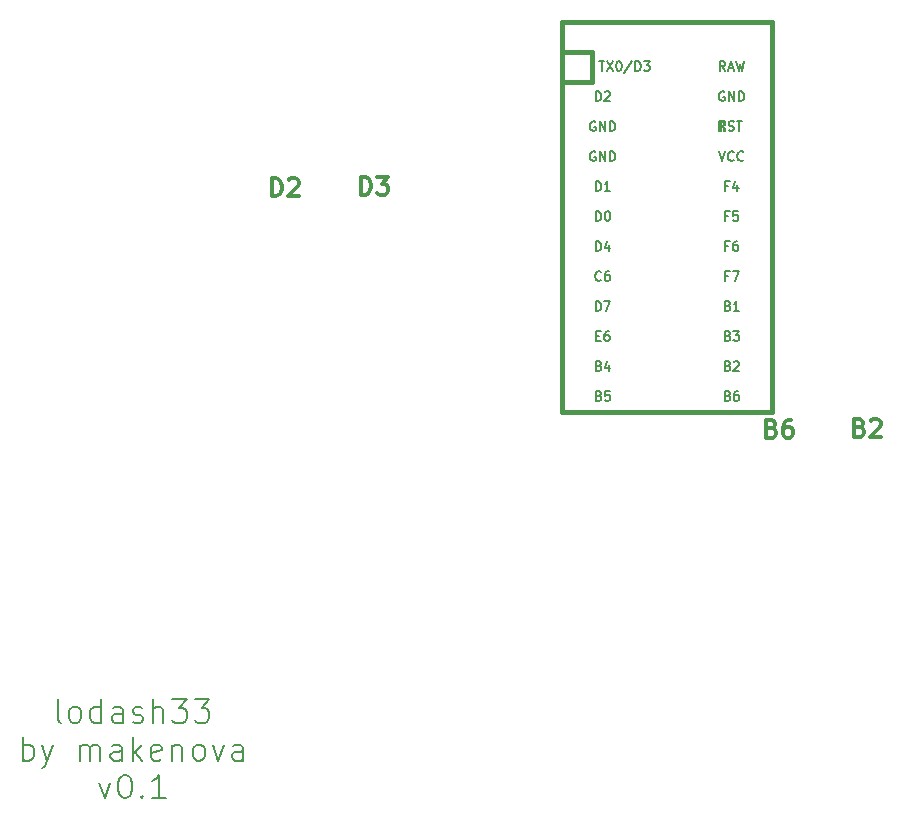
<source format=gbr>
G04 #@! TF.GenerationSoftware,KiCad,Pcbnew,(5.1.4-0-10_14)*
G04 #@! TF.CreationDate,2020-10-16T02:23:32-05:00*
G04 #@! TF.ProjectId,33,33332e6b-6963-4616-945f-706362585858,rev?*
G04 #@! TF.SameCoordinates,Original*
G04 #@! TF.FileFunction,Legend,Top*
G04 #@! TF.FilePolarity,Positive*
%FSLAX46Y46*%
G04 Gerber Fmt 4.6, Leading zero omitted, Abs format (unit mm)*
G04 Created by KiCad (PCBNEW (5.1.4-0-10_14)) date 2020-10-16 02:23:32*
%MOMM*%
%LPD*%
G04 APERTURE LIST*
%ADD10C,0.300000*%
%ADD11C,0.200000*%
%ADD12C,0.381000*%
%ADD13C,0.150000*%
G04 APERTURE END LIST*
D10*
X178403357Y-85029357D02*
X178617642Y-85100785D01*
X178689071Y-85172214D01*
X178760500Y-85315071D01*
X178760500Y-85529357D01*
X178689071Y-85672214D01*
X178617642Y-85743642D01*
X178474785Y-85815071D01*
X177903357Y-85815071D01*
X177903357Y-84315071D01*
X178403357Y-84315071D01*
X178546214Y-84386500D01*
X178617642Y-84457928D01*
X178689071Y-84600785D01*
X178689071Y-84743642D01*
X178617642Y-84886500D01*
X178546214Y-84957928D01*
X178403357Y-85029357D01*
X177903357Y-85029357D01*
X179331928Y-84457928D02*
X179403357Y-84386500D01*
X179546214Y-84315071D01*
X179903357Y-84315071D01*
X180046214Y-84386500D01*
X180117642Y-84457928D01*
X180189071Y-84600785D01*
X180189071Y-84743642D01*
X180117642Y-84957928D01*
X179260500Y-85815071D01*
X180189071Y-85815071D01*
X170969857Y-85109857D02*
X171184142Y-85181285D01*
X171255571Y-85252714D01*
X171327000Y-85395571D01*
X171327000Y-85609857D01*
X171255571Y-85752714D01*
X171184142Y-85824142D01*
X171041285Y-85895571D01*
X170469857Y-85895571D01*
X170469857Y-84395571D01*
X170969857Y-84395571D01*
X171112714Y-84467000D01*
X171184142Y-84538428D01*
X171255571Y-84681285D01*
X171255571Y-84824142D01*
X171184142Y-84967000D01*
X171112714Y-85038428D01*
X170969857Y-85109857D01*
X170469857Y-85109857D01*
X172612714Y-84395571D02*
X172327000Y-84395571D01*
X172184142Y-84467000D01*
X172112714Y-84538428D01*
X171969857Y-84752714D01*
X171898428Y-85038428D01*
X171898428Y-85609857D01*
X171969857Y-85752714D01*
X172041285Y-85824142D01*
X172184142Y-85895571D01*
X172469857Y-85895571D01*
X172612714Y-85824142D01*
X172684142Y-85752714D01*
X172755571Y-85609857D01*
X172755571Y-85252714D01*
X172684142Y-85109857D01*
X172612714Y-85038428D01*
X172469857Y-84967000D01*
X172184142Y-84967000D01*
X172041285Y-85038428D01*
X171969857Y-85109857D01*
X171898428Y-85252714D01*
X128623357Y-65448571D02*
X128623357Y-63948571D01*
X128980500Y-63948571D01*
X129194785Y-64020000D01*
X129337642Y-64162857D01*
X129409071Y-64305714D01*
X129480500Y-64591428D01*
X129480500Y-64805714D01*
X129409071Y-65091428D01*
X129337642Y-65234285D01*
X129194785Y-65377142D01*
X128980500Y-65448571D01*
X128623357Y-65448571D01*
X130051928Y-64091428D02*
X130123357Y-64020000D01*
X130266214Y-63948571D01*
X130623357Y-63948571D01*
X130766214Y-64020000D01*
X130837642Y-64091428D01*
X130909071Y-64234285D01*
X130909071Y-64377142D01*
X130837642Y-64591428D01*
X129980500Y-65448571D01*
X130909071Y-65448571D01*
X136179857Y-65321571D02*
X136179857Y-63821571D01*
X136537000Y-63821571D01*
X136751285Y-63893000D01*
X136894142Y-64035857D01*
X136965571Y-64178714D01*
X137037000Y-64464428D01*
X137037000Y-64678714D01*
X136965571Y-64964428D01*
X136894142Y-65107285D01*
X136751285Y-65250142D01*
X136537000Y-65321571D01*
X136179857Y-65321571D01*
X137537000Y-63821571D02*
X138465571Y-63821571D01*
X137965571Y-64393000D01*
X138179857Y-64393000D01*
X138322714Y-64464428D01*
X138394142Y-64535857D01*
X138465571Y-64678714D01*
X138465571Y-65035857D01*
X138394142Y-65178714D01*
X138322714Y-65250142D01*
X138179857Y-65321571D01*
X137751285Y-65321571D01*
X137608428Y-65250142D01*
X137537000Y-65178714D01*
D11*
X110779761Y-110029761D02*
X110589285Y-109934523D01*
X110494047Y-109744047D01*
X110494047Y-108029761D01*
X111827380Y-110029761D02*
X111636904Y-109934523D01*
X111541666Y-109839285D01*
X111446428Y-109648809D01*
X111446428Y-109077380D01*
X111541666Y-108886904D01*
X111636904Y-108791666D01*
X111827380Y-108696428D01*
X112113095Y-108696428D01*
X112303571Y-108791666D01*
X112398809Y-108886904D01*
X112494047Y-109077380D01*
X112494047Y-109648809D01*
X112398809Y-109839285D01*
X112303571Y-109934523D01*
X112113095Y-110029761D01*
X111827380Y-110029761D01*
X114208333Y-110029761D02*
X114208333Y-108029761D01*
X114208333Y-109934523D02*
X114017857Y-110029761D01*
X113636904Y-110029761D01*
X113446428Y-109934523D01*
X113351190Y-109839285D01*
X113255952Y-109648809D01*
X113255952Y-109077380D01*
X113351190Y-108886904D01*
X113446428Y-108791666D01*
X113636904Y-108696428D01*
X114017857Y-108696428D01*
X114208333Y-108791666D01*
X116017857Y-110029761D02*
X116017857Y-108982142D01*
X115922619Y-108791666D01*
X115732142Y-108696428D01*
X115351190Y-108696428D01*
X115160714Y-108791666D01*
X116017857Y-109934523D02*
X115827380Y-110029761D01*
X115351190Y-110029761D01*
X115160714Y-109934523D01*
X115065476Y-109744047D01*
X115065476Y-109553571D01*
X115160714Y-109363095D01*
X115351190Y-109267857D01*
X115827380Y-109267857D01*
X116017857Y-109172619D01*
X116875000Y-109934523D02*
X117065476Y-110029761D01*
X117446428Y-110029761D01*
X117636904Y-109934523D01*
X117732142Y-109744047D01*
X117732142Y-109648809D01*
X117636904Y-109458333D01*
X117446428Y-109363095D01*
X117160714Y-109363095D01*
X116970238Y-109267857D01*
X116875000Y-109077380D01*
X116875000Y-108982142D01*
X116970238Y-108791666D01*
X117160714Y-108696428D01*
X117446428Y-108696428D01*
X117636904Y-108791666D01*
X118589285Y-110029761D02*
X118589285Y-108029761D01*
X119446428Y-110029761D02*
X119446428Y-108982142D01*
X119351190Y-108791666D01*
X119160714Y-108696428D01*
X118875000Y-108696428D01*
X118684523Y-108791666D01*
X118589285Y-108886904D01*
X120208333Y-108029761D02*
X121446428Y-108029761D01*
X120779761Y-108791666D01*
X121065476Y-108791666D01*
X121255952Y-108886904D01*
X121351190Y-108982142D01*
X121446428Y-109172619D01*
X121446428Y-109648809D01*
X121351190Y-109839285D01*
X121255952Y-109934523D01*
X121065476Y-110029761D01*
X120494047Y-110029761D01*
X120303571Y-109934523D01*
X120208333Y-109839285D01*
X122113095Y-108029761D02*
X123351190Y-108029761D01*
X122684523Y-108791666D01*
X122970238Y-108791666D01*
X123160714Y-108886904D01*
X123255952Y-108982142D01*
X123351190Y-109172619D01*
X123351190Y-109648809D01*
X123255952Y-109839285D01*
X123160714Y-109934523D01*
X122970238Y-110029761D01*
X122398809Y-110029761D01*
X122208333Y-109934523D01*
X122113095Y-109839285D01*
X107541666Y-113229761D02*
X107541666Y-111229761D01*
X107541666Y-111991666D02*
X107732142Y-111896428D01*
X108113095Y-111896428D01*
X108303571Y-111991666D01*
X108398809Y-112086904D01*
X108494047Y-112277380D01*
X108494047Y-112848809D01*
X108398809Y-113039285D01*
X108303571Y-113134523D01*
X108113095Y-113229761D01*
X107732142Y-113229761D01*
X107541666Y-113134523D01*
X109160714Y-111896428D02*
X109636904Y-113229761D01*
X110113095Y-111896428D02*
X109636904Y-113229761D01*
X109446428Y-113705952D01*
X109351190Y-113801190D01*
X109160714Y-113896428D01*
X112398809Y-113229761D02*
X112398809Y-111896428D01*
X112398809Y-112086904D02*
X112494047Y-111991666D01*
X112684523Y-111896428D01*
X112970238Y-111896428D01*
X113160714Y-111991666D01*
X113255952Y-112182142D01*
X113255952Y-113229761D01*
X113255952Y-112182142D02*
X113351190Y-111991666D01*
X113541666Y-111896428D01*
X113827380Y-111896428D01*
X114017857Y-111991666D01*
X114113095Y-112182142D01*
X114113095Y-113229761D01*
X115922619Y-113229761D02*
X115922619Y-112182142D01*
X115827380Y-111991666D01*
X115636904Y-111896428D01*
X115255952Y-111896428D01*
X115065476Y-111991666D01*
X115922619Y-113134523D02*
X115732142Y-113229761D01*
X115255952Y-113229761D01*
X115065476Y-113134523D01*
X114970238Y-112944047D01*
X114970238Y-112753571D01*
X115065476Y-112563095D01*
X115255952Y-112467857D01*
X115732142Y-112467857D01*
X115922619Y-112372619D01*
X116875000Y-113229761D02*
X116875000Y-111229761D01*
X117065476Y-112467857D02*
X117636904Y-113229761D01*
X117636904Y-111896428D02*
X116875000Y-112658333D01*
X119255952Y-113134523D02*
X119065476Y-113229761D01*
X118684523Y-113229761D01*
X118494047Y-113134523D01*
X118398809Y-112944047D01*
X118398809Y-112182142D01*
X118494047Y-111991666D01*
X118684523Y-111896428D01*
X119065476Y-111896428D01*
X119255952Y-111991666D01*
X119351190Y-112182142D01*
X119351190Y-112372619D01*
X118398809Y-112563095D01*
X120208333Y-111896428D02*
X120208333Y-113229761D01*
X120208333Y-112086904D02*
X120303571Y-111991666D01*
X120494047Y-111896428D01*
X120779761Y-111896428D01*
X120970238Y-111991666D01*
X121065476Y-112182142D01*
X121065476Y-113229761D01*
X122303571Y-113229761D02*
X122113095Y-113134523D01*
X122017857Y-113039285D01*
X121922619Y-112848809D01*
X121922619Y-112277380D01*
X122017857Y-112086904D01*
X122113095Y-111991666D01*
X122303571Y-111896428D01*
X122589285Y-111896428D01*
X122779761Y-111991666D01*
X122875000Y-112086904D01*
X122970238Y-112277380D01*
X122970238Y-112848809D01*
X122875000Y-113039285D01*
X122779761Y-113134523D01*
X122589285Y-113229761D01*
X122303571Y-113229761D01*
X123636904Y-111896428D02*
X124113095Y-113229761D01*
X124589285Y-111896428D01*
X126208333Y-113229761D02*
X126208333Y-112182142D01*
X126113095Y-111991666D01*
X125922619Y-111896428D01*
X125541666Y-111896428D01*
X125351190Y-111991666D01*
X126208333Y-113134523D02*
X126017857Y-113229761D01*
X125541666Y-113229761D01*
X125351190Y-113134523D01*
X125255952Y-112944047D01*
X125255952Y-112753571D01*
X125351190Y-112563095D01*
X125541666Y-112467857D01*
X126017857Y-112467857D01*
X126208333Y-112372619D01*
X114017857Y-115096428D02*
X114494047Y-116429761D01*
X114970238Y-115096428D01*
X116113095Y-114429761D02*
X116303571Y-114429761D01*
X116494047Y-114525000D01*
X116589285Y-114620238D01*
X116684523Y-114810714D01*
X116779761Y-115191666D01*
X116779761Y-115667857D01*
X116684523Y-116048809D01*
X116589285Y-116239285D01*
X116494047Y-116334523D01*
X116303571Y-116429761D01*
X116113095Y-116429761D01*
X115922619Y-116334523D01*
X115827380Y-116239285D01*
X115732142Y-116048809D01*
X115636904Y-115667857D01*
X115636904Y-115191666D01*
X115732142Y-114810714D01*
X115827380Y-114620238D01*
X115922619Y-114525000D01*
X116113095Y-114429761D01*
X117636904Y-116239285D02*
X117732142Y-116334523D01*
X117636904Y-116429761D01*
X117541666Y-116334523D01*
X117636904Y-116239285D01*
X117636904Y-116429761D01*
X119636904Y-116429761D02*
X118494047Y-116429761D01*
X119065476Y-116429761D02*
X119065476Y-114429761D01*
X118875000Y-114715476D01*
X118684523Y-114905952D01*
X118494047Y-115001190D01*
D12*
X153210000Y-53210000D02*
X153210000Y-83690000D01*
X153210000Y-83690000D02*
X170990000Y-83690000D01*
X170990000Y-83690000D02*
X170990000Y-53210000D01*
X155750000Y-53210000D02*
X155750000Y-55750000D01*
X155750000Y-55750000D02*
X153210000Y-55750000D01*
D13*
G36*
X167031568Y-59089360D02*
G01*
X167031568Y-59389360D01*
X166931568Y-59389360D01*
X166931568Y-59089360D01*
X167031568Y-59089360D01*
G37*
X167031568Y-59089360D02*
X167031568Y-59389360D01*
X166931568Y-59389360D01*
X166931568Y-59089360D01*
X167031568Y-59089360D01*
G36*
X166831568Y-59489360D02*
G01*
X166831568Y-59589360D01*
X166731568Y-59589360D01*
X166731568Y-59489360D01*
X166831568Y-59489360D01*
G37*
X166831568Y-59489360D02*
X166831568Y-59589360D01*
X166731568Y-59589360D01*
X166731568Y-59489360D01*
X166831568Y-59489360D01*
G36*
X167031568Y-59089360D02*
G01*
X167031568Y-59189360D01*
X166531568Y-59189360D01*
X166531568Y-59089360D01*
X167031568Y-59089360D01*
G37*
X167031568Y-59089360D02*
X167031568Y-59189360D01*
X166531568Y-59189360D01*
X166531568Y-59089360D01*
X167031568Y-59089360D01*
G36*
X166631568Y-59089360D02*
G01*
X166631568Y-59889360D01*
X166531568Y-59889360D01*
X166531568Y-59089360D01*
X166631568Y-59089360D01*
G37*
X166631568Y-59089360D02*
X166631568Y-59889360D01*
X166531568Y-59889360D01*
X166531568Y-59089360D01*
X166631568Y-59089360D01*
G36*
X167031568Y-59689360D02*
G01*
X167031568Y-59889360D01*
X166931568Y-59889360D01*
X166931568Y-59689360D01*
X167031568Y-59689360D01*
G37*
X167031568Y-59689360D02*
X167031568Y-59889360D01*
X166931568Y-59889360D01*
X166931568Y-59689360D01*
X167031568Y-59689360D01*
D12*
X170990000Y-53210000D02*
X170990000Y-50670000D01*
X170990000Y-50670000D02*
X153210000Y-50670000D01*
X153210000Y-50670000D02*
X153210000Y-53210000D01*
X155750000Y-53210000D02*
X153210000Y-53210000D01*
D13*
X167237190Y-79822857D02*
X167351476Y-79860952D01*
X167389571Y-79899047D01*
X167427666Y-79975238D01*
X167427666Y-80089523D01*
X167389571Y-80165714D01*
X167351476Y-80203809D01*
X167275285Y-80241904D01*
X166970523Y-80241904D01*
X166970523Y-79441904D01*
X167237190Y-79441904D01*
X167313380Y-79480000D01*
X167351476Y-79518095D01*
X167389571Y-79594285D01*
X167389571Y-79670476D01*
X167351476Y-79746666D01*
X167313380Y-79784761D01*
X167237190Y-79822857D01*
X166970523Y-79822857D01*
X167732428Y-79518095D02*
X167770523Y-79480000D01*
X167846714Y-79441904D01*
X168037190Y-79441904D01*
X168113380Y-79480000D01*
X168151476Y-79518095D01*
X168189571Y-79594285D01*
X168189571Y-79670476D01*
X168151476Y-79784761D01*
X167694333Y-80241904D01*
X168189571Y-80241904D01*
X167294333Y-72202857D02*
X167027666Y-72202857D01*
X167027666Y-72621904D02*
X167027666Y-71821904D01*
X167408619Y-71821904D01*
X167637190Y-71821904D02*
X168170523Y-71821904D01*
X167827666Y-72621904D01*
X167294333Y-69662857D02*
X167027666Y-69662857D01*
X167027666Y-70081904D02*
X167027666Y-69281904D01*
X167408619Y-69281904D01*
X168056238Y-69281904D02*
X167903857Y-69281904D01*
X167827666Y-69320000D01*
X167789571Y-69358095D01*
X167713380Y-69472380D01*
X167675285Y-69624761D01*
X167675285Y-69929523D01*
X167713380Y-70005714D01*
X167751476Y-70043809D01*
X167827666Y-70081904D01*
X167980047Y-70081904D01*
X168056238Y-70043809D01*
X168094333Y-70005714D01*
X168132428Y-69929523D01*
X168132428Y-69739047D01*
X168094333Y-69662857D01*
X168056238Y-69624761D01*
X167980047Y-69586666D01*
X167827666Y-69586666D01*
X167751476Y-69624761D01*
X167713380Y-69662857D01*
X167675285Y-69739047D01*
X167294333Y-67122857D02*
X167027666Y-67122857D01*
X167027666Y-67541904D02*
X167027666Y-66741904D01*
X167408619Y-66741904D01*
X168094333Y-66741904D02*
X167713380Y-66741904D01*
X167675285Y-67122857D01*
X167713380Y-67084761D01*
X167789571Y-67046666D01*
X167980047Y-67046666D01*
X168056238Y-67084761D01*
X168094333Y-67122857D01*
X168132428Y-67199047D01*
X168132428Y-67389523D01*
X168094333Y-67465714D01*
X168056238Y-67503809D01*
X167980047Y-67541904D01*
X167789571Y-67541904D01*
X167713380Y-67503809D01*
X167675285Y-67465714D01*
X167008619Y-54841904D02*
X166741952Y-54460952D01*
X166551476Y-54841904D02*
X166551476Y-54041904D01*
X166856238Y-54041904D01*
X166932428Y-54080000D01*
X166970523Y-54118095D01*
X167008619Y-54194285D01*
X167008619Y-54308571D01*
X166970523Y-54384761D01*
X166932428Y-54422857D01*
X166856238Y-54460952D01*
X166551476Y-54460952D01*
X167313380Y-54613333D02*
X167694333Y-54613333D01*
X167237190Y-54841904D02*
X167503857Y-54041904D01*
X167770523Y-54841904D01*
X167961000Y-54041904D02*
X168151476Y-54841904D01*
X168303857Y-54270476D01*
X168456238Y-54841904D01*
X168646714Y-54041904D01*
X166951476Y-56620000D02*
X166875285Y-56581904D01*
X166761000Y-56581904D01*
X166646714Y-56620000D01*
X166570523Y-56696190D01*
X166532428Y-56772380D01*
X166494333Y-56924761D01*
X166494333Y-57039047D01*
X166532428Y-57191428D01*
X166570523Y-57267619D01*
X166646714Y-57343809D01*
X166761000Y-57381904D01*
X166837190Y-57381904D01*
X166951476Y-57343809D01*
X166989571Y-57305714D01*
X166989571Y-57039047D01*
X166837190Y-57039047D01*
X167332428Y-57381904D02*
X167332428Y-56581904D01*
X167789571Y-57381904D01*
X167789571Y-56581904D01*
X168170523Y-57381904D02*
X168170523Y-56581904D01*
X168361000Y-56581904D01*
X168475285Y-56620000D01*
X168551476Y-56696190D01*
X168589571Y-56772380D01*
X168627666Y-56924761D01*
X168627666Y-57039047D01*
X168589571Y-57191428D01*
X168551476Y-57267619D01*
X168475285Y-57343809D01*
X168361000Y-57381904D01*
X168170523Y-57381904D01*
X167299786Y-59853809D02*
X167414072Y-59891904D01*
X167604548Y-59891904D01*
X167680739Y-59853809D01*
X167718834Y-59815714D01*
X167756929Y-59739523D01*
X167756929Y-59663333D01*
X167718834Y-59587142D01*
X167680739Y-59549047D01*
X167604548Y-59510952D01*
X167452167Y-59472857D01*
X167375977Y-59434761D01*
X167337881Y-59396666D01*
X167299786Y-59320476D01*
X167299786Y-59244285D01*
X167337881Y-59168095D01*
X167375977Y-59130000D01*
X167452167Y-59091904D01*
X167642643Y-59091904D01*
X167756929Y-59130000D01*
X167985500Y-59091904D02*
X168442643Y-59091904D01*
X168214072Y-59891904D02*
X168214072Y-59091904D01*
X166494333Y-61661904D02*
X166761000Y-62461904D01*
X167027666Y-61661904D01*
X167751476Y-62385714D02*
X167713380Y-62423809D01*
X167599095Y-62461904D01*
X167522904Y-62461904D01*
X167408619Y-62423809D01*
X167332428Y-62347619D01*
X167294333Y-62271428D01*
X167256238Y-62119047D01*
X167256238Y-62004761D01*
X167294333Y-61852380D01*
X167332428Y-61776190D01*
X167408619Y-61700000D01*
X167522904Y-61661904D01*
X167599095Y-61661904D01*
X167713380Y-61700000D01*
X167751476Y-61738095D01*
X168551476Y-62385714D02*
X168513380Y-62423809D01*
X168399095Y-62461904D01*
X168322904Y-62461904D01*
X168208619Y-62423809D01*
X168132428Y-62347619D01*
X168094333Y-62271428D01*
X168056238Y-62119047D01*
X168056238Y-62004761D01*
X168094333Y-61852380D01*
X168132428Y-61776190D01*
X168208619Y-61700000D01*
X168322904Y-61661904D01*
X168399095Y-61661904D01*
X168513380Y-61700000D01*
X168551476Y-61738095D01*
X167294333Y-64582857D02*
X167027666Y-64582857D01*
X167027666Y-65001904D02*
X167027666Y-64201904D01*
X167408619Y-64201904D01*
X168056238Y-64468571D02*
X168056238Y-65001904D01*
X167865761Y-64163809D02*
X167675285Y-64735238D01*
X168170523Y-64735238D01*
X167237190Y-74742857D02*
X167351476Y-74780952D01*
X167389571Y-74819047D01*
X167427666Y-74895238D01*
X167427666Y-75009523D01*
X167389571Y-75085714D01*
X167351476Y-75123809D01*
X167275285Y-75161904D01*
X166970523Y-75161904D01*
X166970523Y-74361904D01*
X167237190Y-74361904D01*
X167313380Y-74400000D01*
X167351476Y-74438095D01*
X167389571Y-74514285D01*
X167389571Y-74590476D01*
X167351476Y-74666666D01*
X167313380Y-74704761D01*
X167237190Y-74742857D01*
X166970523Y-74742857D01*
X168189571Y-75161904D02*
X167732428Y-75161904D01*
X167961000Y-75161904D02*
X167961000Y-74361904D01*
X167884809Y-74476190D01*
X167808619Y-74552380D01*
X167732428Y-74590476D01*
X167237190Y-77282857D02*
X167351476Y-77320952D01*
X167389571Y-77359047D01*
X167427666Y-77435238D01*
X167427666Y-77549523D01*
X167389571Y-77625714D01*
X167351476Y-77663809D01*
X167275285Y-77701904D01*
X166970523Y-77701904D01*
X166970523Y-76901904D01*
X167237190Y-76901904D01*
X167313380Y-76940000D01*
X167351476Y-76978095D01*
X167389571Y-77054285D01*
X167389571Y-77130476D01*
X167351476Y-77206666D01*
X167313380Y-77244761D01*
X167237190Y-77282857D01*
X166970523Y-77282857D01*
X167694333Y-76901904D02*
X168189571Y-76901904D01*
X167922904Y-77206666D01*
X168037190Y-77206666D01*
X168113380Y-77244761D01*
X168151476Y-77282857D01*
X168189571Y-77359047D01*
X168189571Y-77549523D01*
X168151476Y-77625714D01*
X168113380Y-77663809D01*
X168037190Y-77701904D01*
X167808619Y-77701904D01*
X167732428Y-77663809D01*
X167694333Y-77625714D01*
X167237190Y-82362857D02*
X167351476Y-82400952D01*
X167389571Y-82439047D01*
X167427666Y-82515238D01*
X167427666Y-82629523D01*
X167389571Y-82705714D01*
X167351476Y-82743809D01*
X167275285Y-82781904D01*
X166970523Y-82781904D01*
X166970523Y-81981904D01*
X167237190Y-81981904D01*
X167313380Y-82020000D01*
X167351476Y-82058095D01*
X167389571Y-82134285D01*
X167389571Y-82210476D01*
X167351476Y-82286666D01*
X167313380Y-82324761D01*
X167237190Y-82362857D01*
X166970523Y-82362857D01*
X168113380Y-81981904D02*
X167961000Y-81981904D01*
X167884809Y-82020000D01*
X167846714Y-82058095D01*
X167770523Y-82172380D01*
X167732428Y-82324761D01*
X167732428Y-82629523D01*
X167770523Y-82705714D01*
X167808619Y-82743809D01*
X167884809Y-82781904D01*
X168037190Y-82781904D01*
X168113380Y-82743809D01*
X168151476Y-82705714D01*
X168189571Y-82629523D01*
X168189571Y-82439047D01*
X168151476Y-82362857D01*
X168113380Y-82324761D01*
X168037190Y-82286666D01*
X167884809Y-82286666D01*
X167808619Y-82324761D01*
X167770523Y-82362857D01*
X167732428Y-82439047D01*
X156315190Y-82362857D02*
X156429476Y-82400952D01*
X156467571Y-82439047D01*
X156505666Y-82515238D01*
X156505666Y-82629523D01*
X156467571Y-82705714D01*
X156429476Y-82743809D01*
X156353285Y-82781904D01*
X156048523Y-82781904D01*
X156048523Y-81981904D01*
X156315190Y-81981904D01*
X156391380Y-82020000D01*
X156429476Y-82058095D01*
X156467571Y-82134285D01*
X156467571Y-82210476D01*
X156429476Y-82286666D01*
X156391380Y-82324761D01*
X156315190Y-82362857D01*
X156048523Y-82362857D01*
X157229476Y-81981904D02*
X156848523Y-81981904D01*
X156810428Y-82362857D01*
X156848523Y-82324761D01*
X156924714Y-82286666D01*
X157115190Y-82286666D01*
X157191380Y-82324761D01*
X157229476Y-82362857D01*
X157267571Y-82439047D01*
X157267571Y-82629523D01*
X157229476Y-82705714D01*
X157191380Y-82743809D01*
X157115190Y-82781904D01*
X156924714Y-82781904D01*
X156848523Y-82743809D01*
X156810428Y-82705714D01*
X156315190Y-79822857D02*
X156429476Y-79860952D01*
X156467571Y-79899047D01*
X156505666Y-79975238D01*
X156505666Y-80089523D01*
X156467571Y-80165714D01*
X156429476Y-80203809D01*
X156353285Y-80241904D01*
X156048523Y-80241904D01*
X156048523Y-79441904D01*
X156315190Y-79441904D01*
X156391380Y-79480000D01*
X156429476Y-79518095D01*
X156467571Y-79594285D01*
X156467571Y-79670476D01*
X156429476Y-79746666D01*
X156391380Y-79784761D01*
X156315190Y-79822857D01*
X156048523Y-79822857D01*
X157191380Y-79708571D02*
X157191380Y-80241904D01*
X157000904Y-79403809D02*
X156810428Y-79975238D01*
X157305666Y-79975238D01*
X156086619Y-77282857D02*
X156353285Y-77282857D01*
X156467571Y-77701904D02*
X156086619Y-77701904D01*
X156086619Y-76901904D01*
X156467571Y-76901904D01*
X157153285Y-76901904D02*
X157000904Y-76901904D01*
X156924714Y-76940000D01*
X156886619Y-76978095D01*
X156810428Y-77092380D01*
X156772333Y-77244761D01*
X156772333Y-77549523D01*
X156810428Y-77625714D01*
X156848523Y-77663809D01*
X156924714Y-77701904D01*
X157077095Y-77701904D01*
X157153285Y-77663809D01*
X157191380Y-77625714D01*
X157229476Y-77549523D01*
X157229476Y-77359047D01*
X157191380Y-77282857D01*
X157153285Y-77244761D01*
X157077095Y-77206666D01*
X156924714Y-77206666D01*
X156848523Y-77244761D01*
X156810428Y-77282857D01*
X156772333Y-77359047D01*
X156048523Y-75161904D02*
X156048523Y-74361904D01*
X156239000Y-74361904D01*
X156353285Y-74400000D01*
X156429476Y-74476190D01*
X156467571Y-74552380D01*
X156505666Y-74704761D01*
X156505666Y-74819047D01*
X156467571Y-74971428D01*
X156429476Y-75047619D01*
X156353285Y-75123809D01*
X156239000Y-75161904D01*
X156048523Y-75161904D01*
X156772333Y-74361904D02*
X157305666Y-74361904D01*
X156962809Y-75161904D01*
X156505666Y-72545714D02*
X156467571Y-72583809D01*
X156353285Y-72621904D01*
X156277095Y-72621904D01*
X156162809Y-72583809D01*
X156086619Y-72507619D01*
X156048523Y-72431428D01*
X156010428Y-72279047D01*
X156010428Y-72164761D01*
X156048523Y-72012380D01*
X156086619Y-71936190D01*
X156162809Y-71860000D01*
X156277095Y-71821904D01*
X156353285Y-71821904D01*
X156467571Y-71860000D01*
X156505666Y-71898095D01*
X157191380Y-71821904D02*
X157039000Y-71821904D01*
X156962809Y-71860000D01*
X156924714Y-71898095D01*
X156848523Y-72012380D01*
X156810428Y-72164761D01*
X156810428Y-72469523D01*
X156848523Y-72545714D01*
X156886619Y-72583809D01*
X156962809Y-72621904D01*
X157115190Y-72621904D01*
X157191380Y-72583809D01*
X157229476Y-72545714D01*
X157267571Y-72469523D01*
X157267571Y-72279047D01*
X157229476Y-72202857D01*
X157191380Y-72164761D01*
X157115190Y-72126666D01*
X156962809Y-72126666D01*
X156886619Y-72164761D01*
X156848523Y-72202857D01*
X156810428Y-72279047D01*
X156048523Y-70081904D02*
X156048523Y-69281904D01*
X156239000Y-69281904D01*
X156353285Y-69320000D01*
X156429476Y-69396190D01*
X156467571Y-69472380D01*
X156505666Y-69624761D01*
X156505666Y-69739047D01*
X156467571Y-69891428D01*
X156429476Y-69967619D01*
X156353285Y-70043809D01*
X156239000Y-70081904D01*
X156048523Y-70081904D01*
X157191380Y-69548571D02*
X157191380Y-70081904D01*
X157000904Y-69243809D02*
X156810428Y-69815238D01*
X157305666Y-69815238D01*
X156029476Y-59160000D02*
X155953285Y-59121904D01*
X155839000Y-59121904D01*
X155724714Y-59160000D01*
X155648523Y-59236190D01*
X155610428Y-59312380D01*
X155572333Y-59464761D01*
X155572333Y-59579047D01*
X155610428Y-59731428D01*
X155648523Y-59807619D01*
X155724714Y-59883809D01*
X155839000Y-59921904D01*
X155915190Y-59921904D01*
X156029476Y-59883809D01*
X156067571Y-59845714D01*
X156067571Y-59579047D01*
X155915190Y-59579047D01*
X156410428Y-59921904D02*
X156410428Y-59121904D01*
X156867571Y-59921904D01*
X156867571Y-59121904D01*
X157248523Y-59921904D02*
X157248523Y-59121904D01*
X157439000Y-59121904D01*
X157553285Y-59160000D01*
X157629476Y-59236190D01*
X157667571Y-59312380D01*
X157705666Y-59464761D01*
X157705666Y-59579047D01*
X157667571Y-59731428D01*
X157629476Y-59807619D01*
X157553285Y-59883809D01*
X157439000Y-59921904D01*
X157248523Y-59921904D01*
X156029476Y-61700000D02*
X155953285Y-61661904D01*
X155839000Y-61661904D01*
X155724714Y-61700000D01*
X155648523Y-61776190D01*
X155610428Y-61852380D01*
X155572333Y-62004761D01*
X155572333Y-62119047D01*
X155610428Y-62271428D01*
X155648523Y-62347619D01*
X155724714Y-62423809D01*
X155839000Y-62461904D01*
X155915190Y-62461904D01*
X156029476Y-62423809D01*
X156067571Y-62385714D01*
X156067571Y-62119047D01*
X155915190Y-62119047D01*
X156410428Y-62461904D02*
X156410428Y-61661904D01*
X156867571Y-62461904D01*
X156867571Y-61661904D01*
X157248523Y-62461904D02*
X157248523Y-61661904D01*
X157439000Y-61661904D01*
X157553285Y-61700000D01*
X157629476Y-61776190D01*
X157667571Y-61852380D01*
X157705666Y-62004761D01*
X157705666Y-62119047D01*
X157667571Y-62271428D01*
X157629476Y-62347619D01*
X157553285Y-62423809D01*
X157439000Y-62461904D01*
X157248523Y-62461904D01*
X156048523Y-65001904D02*
X156048523Y-64201904D01*
X156239000Y-64201904D01*
X156353285Y-64240000D01*
X156429476Y-64316190D01*
X156467571Y-64392380D01*
X156505666Y-64544761D01*
X156505666Y-64659047D01*
X156467571Y-64811428D01*
X156429476Y-64887619D01*
X156353285Y-64963809D01*
X156239000Y-65001904D01*
X156048523Y-65001904D01*
X157267571Y-65001904D02*
X156810428Y-65001904D01*
X157039000Y-65001904D02*
X157039000Y-64201904D01*
X156962809Y-64316190D01*
X156886619Y-64392380D01*
X156810428Y-64430476D01*
X156048523Y-67541904D02*
X156048523Y-66741904D01*
X156239000Y-66741904D01*
X156353285Y-66780000D01*
X156429476Y-66856190D01*
X156467571Y-66932380D01*
X156505666Y-67084761D01*
X156505666Y-67199047D01*
X156467571Y-67351428D01*
X156429476Y-67427619D01*
X156353285Y-67503809D01*
X156239000Y-67541904D01*
X156048523Y-67541904D01*
X157000904Y-66741904D02*
X157077095Y-66741904D01*
X157153285Y-66780000D01*
X157191380Y-66818095D01*
X157229476Y-66894285D01*
X157267571Y-67046666D01*
X157267571Y-67237142D01*
X157229476Y-67389523D01*
X157191380Y-67465714D01*
X157153285Y-67503809D01*
X157077095Y-67541904D01*
X157000904Y-67541904D01*
X156924714Y-67503809D01*
X156886619Y-67465714D01*
X156848523Y-67389523D01*
X156810428Y-67237142D01*
X156810428Y-67046666D01*
X156848523Y-66894285D01*
X156886619Y-66818095D01*
X156924714Y-66780000D01*
X157000904Y-66741904D01*
X156048523Y-57381904D02*
X156048523Y-56581904D01*
X156239000Y-56581904D01*
X156353285Y-56620000D01*
X156429476Y-56696190D01*
X156467571Y-56772380D01*
X156505666Y-56924761D01*
X156505666Y-57039047D01*
X156467571Y-57191428D01*
X156429476Y-57267619D01*
X156353285Y-57343809D01*
X156239000Y-57381904D01*
X156048523Y-57381904D01*
X156810428Y-56658095D02*
X156848523Y-56620000D01*
X156924714Y-56581904D01*
X157115190Y-56581904D01*
X157191380Y-56620000D01*
X157229476Y-56658095D01*
X157267571Y-56734285D01*
X157267571Y-56810476D01*
X157229476Y-56924761D01*
X156772333Y-57381904D01*
X157267571Y-57381904D01*
X156337651Y-54041904D02*
X156794794Y-54041904D01*
X156566223Y-54841904D02*
X156566223Y-54041904D01*
X156985270Y-54041904D02*
X157518604Y-54841904D01*
X157518604Y-54041904D02*
X156985270Y-54841904D01*
X157975747Y-54041904D02*
X158051937Y-54041904D01*
X158128128Y-54080000D01*
X158166223Y-54118095D01*
X158204318Y-54194285D01*
X158242413Y-54346666D01*
X158242413Y-54537142D01*
X158204318Y-54689523D01*
X158166223Y-54765714D01*
X158128128Y-54803809D01*
X158051937Y-54841904D01*
X157975747Y-54841904D01*
X157899556Y-54803809D01*
X157861461Y-54765714D01*
X157823366Y-54689523D01*
X157785270Y-54537142D01*
X157785270Y-54346666D01*
X157823366Y-54194285D01*
X157861461Y-54118095D01*
X157899556Y-54080000D01*
X157975747Y-54041904D01*
X159156699Y-54003809D02*
X158470985Y-55032380D01*
X159423366Y-54841904D02*
X159423366Y-54041904D01*
X159613842Y-54041904D01*
X159728128Y-54080000D01*
X159804318Y-54156190D01*
X159842413Y-54232380D01*
X159880508Y-54384761D01*
X159880508Y-54499047D01*
X159842413Y-54651428D01*
X159804318Y-54727619D01*
X159728128Y-54803809D01*
X159613842Y-54841904D01*
X159423366Y-54841904D01*
X160147175Y-54041904D02*
X160642413Y-54041904D01*
X160375747Y-54346666D01*
X160490032Y-54346666D01*
X160566223Y-54384761D01*
X160604318Y-54422857D01*
X160642413Y-54499047D01*
X160642413Y-54689523D01*
X160604318Y-54765714D01*
X160566223Y-54803809D01*
X160490032Y-54841904D01*
X160261461Y-54841904D01*
X160185270Y-54803809D01*
X160147175Y-54765714D01*
M02*

</source>
